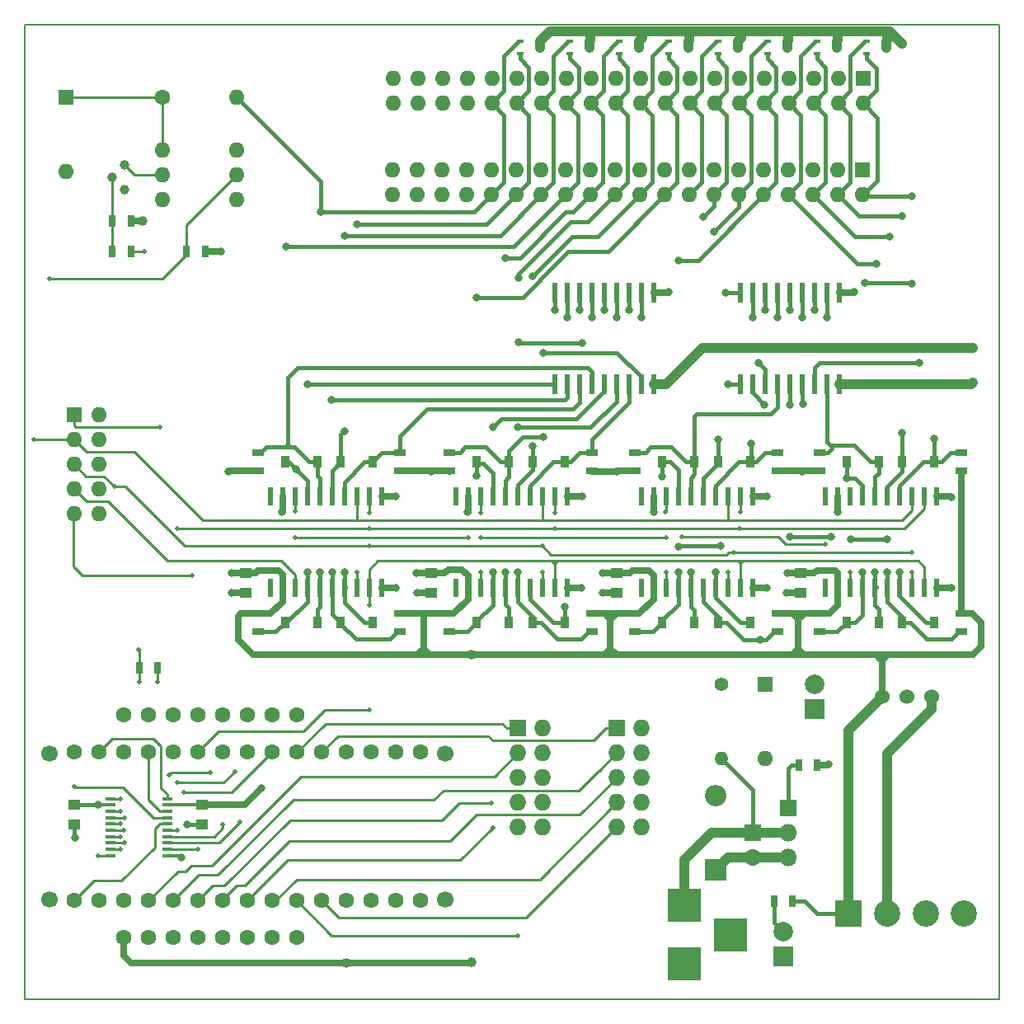
<source format=gbr>
%TF.GenerationSoftware,KiCad,Pcbnew,4.0.7*%
%TF.CreationDate,2018-06-26T21:29:00-04:00*%
%TF.ProjectId,row_driver,726F775F6472697665722E6B69636164,rev?*%
%TF.FileFunction,Copper,L1,Top,Signal*%
%FSLAX46Y46*%
G04 Gerber Fmt 4.6, Leading zero omitted, Abs format (unit mm)*
G04 Created by KiCad (PCBNEW 4.0.7) date Tuesday, June 26, 2018 'PMt' 09:29:00 PM*
%MOMM*%
%LPD*%
G01*
G04 APERTURE LIST*
%ADD10C,0.100000*%
%ADD11C,0.150000*%
%ADD12R,1.000000X0.400000*%
%ADD13R,2.000000X2.000000*%
%ADD14C,2.000000*%
%ADD15R,3.500120X3.500120*%
%ADD16C,1.000760*%
%ADD17C,1.600000*%
%ADD18O,1.600000X1.600000*%
%ADD19C,1.524000*%
%ADD20R,2.700000X2.700000*%
%ADD21C,2.700000*%
%ADD22R,0.700000X1.300000*%
%ADD23R,1.300000X0.700000*%
%ADD24R,0.900000X1.200000*%
%ADD25R,1.250000X1.000000*%
%ADD26R,0.700000X0.450000*%
%ADD27R,0.600000X1.950000*%
%ADD28R,0.600000X2.000000*%
%ADD29C,1.400000*%
%ADD30O,1.400000X1.400000*%
%ADD31R,1.700000X1.700000*%
%ADD32O,1.700000X1.700000*%
%ADD33R,1.600000X1.600000*%
%ADD34R,2.200000X2.200000*%
%ADD35O,2.200000X2.200000*%
%ADD36R,1.800000X1.800000*%
%ADD37O,1.800000X1.800000*%
%ADD38R,1.727200X1.727200*%
%ADD39O,1.727200X1.727200*%
%ADD40C,1.700000*%
%ADD41C,0.800000*%
%ADD42C,1.000000*%
%ADD43C,0.500000*%
%ADD44C,0.650000*%
%ADD45C,0.400000*%
%ADD46C,0.350000*%
%ADD47C,1.000000*%
%ADD48C,0.250000*%
G04 APERTURE END LIST*
D10*
D11*
X25000000Y-25000000D02*
X125000000Y-25000000D01*
X25000000Y-125000000D02*
X25000000Y-25000000D01*
X125000000Y-125000000D02*
X25000000Y-125000000D01*
X125000000Y-25000000D02*
X125000000Y-125000000D01*
D12*
X33777600Y-104440800D03*
X33777600Y-105090800D03*
X33777600Y-105740800D03*
X33777600Y-106390800D03*
X33777600Y-107040800D03*
X33777600Y-107690800D03*
X33777600Y-108340800D03*
X33777600Y-108990800D03*
X33777600Y-109640800D03*
X33777600Y-110290800D03*
X39577600Y-110290800D03*
X39577600Y-109640800D03*
X39577600Y-108990800D03*
X39577600Y-108340800D03*
X39577600Y-107690800D03*
X39577600Y-107040800D03*
X39577600Y-106390800D03*
X39577600Y-105740800D03*
X39577600Y-105090800D03*
X39577600Y-104440800D03*
D13*
X106045000Y-95250000D03*
D14*
X106045000Y-92710000D03*
D15*
X92710000Y-115412520D03*
X92710000Y-121412000D03*
X97409000Y-118412260D03*
D16*
X33909000Y-40640000D03*
X35179000Y-39370000D03*
X35179000Y-41910000D03*
D17*
X39116000Y-32385000D03*
D18*
X46736000Y-32385000D03*
D19*
X118110000Y-93980000D03*
X115570000Y-93980000D03*
X113030000Y-93980000D03*
D18*
X39116000Y-37846000D03*
X39116000Y-40386000D03*
X39116000Y-42926000D03*
X46736000Y-42926000D03*
X46736000Y-40386000D03*
X46736000Y-37846000D03*
D20*
X109555000Y-116205000D03*
D21*
X113515000Y-116205000D03*
X117475000Y-116205000D03*
X121435000Y-116205000D03*
D22*
X43495000Y-48260000D03*
X41595000Y-48260000D03*
X33975000Y-45085000D03*
X35875000Y-45085000D03*
X33975000Y-48260000D03*
X35875000Y-48260000D03*
D23*
X106553000Y-68900000D03*
X106553000Y-70800000D03*
X121158000Y-68900000D03*
X121158000Y-70800000D03*
X121158000Y-85410000D03*
X121158000Y-87310000D03*
X106553000Y-87310000D03*
X106553000Y-85410000D03*
X87630000Y-70800000D03*
X87630000Y-68900000D03*
X102235000Y-70800000D03*
X102235000Y-68900000D03*
X102235000Y-85410000D03*
X102235000Y-87310000D03*
X87630000Y-85410000D03*
X87630000Y-87310000D03*
X68580000Y-68900000D03*
X68580000Y-70800000D03*
X83185000Y-68900000D03*
X83185000Y-70800000D03*
X83185000Y-87310000D03*
X83185000Y-85410000D03*
X68580000Y-87310000D03*
X68580000Y-85410000D03*
X48895000Y-70800000D03*
X48895000Y-68900000D03*
X63500000Y-70800000D03*
X63500000Y-68900000D03*
X63500000Y-85410000D03*
X63500000Y-87310000D03*
X48895000Y-85410000D03*
X48895000Y-87310000D03*
D24*
X54990000Y-86360000D03*
X51690000Y-86360000D03*
X60705000Y-86360000D03*
X57405000Y-86360000D03*
X57405000Y-69850000D03*
X60705000Y-69850000D03*
X51690000Y-69850000D03*
X54990000Y-69850000D03*
X74675000Y-86360000D03*
X71375000Y-86360000D03*
X80390000Y-86360000D03*
X77090000Y-86360000D03*
X77090000Y-69850000D03*
X80390000Y-69850000D03*
X71375000Y-69850000D03*
X74675000Y-69850000D03*
X93725000Y-86360000D03*
X90425000Y-86360000D03*
X99440000Y-86360000D03*
X96140000Y-86360000D03*
X96140000Y-69850000D03*
X99440000Y-69850000D03*
X90425000Y-69850000D03*
X93725000Y-69850000D03*
X112648000Y-86360000D03*
X109348000Y-86360000D03*
X118363000Y-86360000D03*
X115063000Y-86360000D03*
X115063000Y-69850000D03*
X118363000Y-69850000D03*
X109348000Y-69850000D03*
X112648000Y-69850000D03*
D25*
X47625000Y-81296000D03*
X47625000Y-83296000D03*
X66675000Y-81296000D03*
X66675000Y-83296000D03*
X85725000Y-81296000D03*
X85725000Y-83296000D03*
X104648000Y-81296000D03*
X104648000Y-83296000D03*
D26*
X75835000Y-26655000D03*
X75835000Y-27955000D03*
X77835000Y-27305000D03*
X80915000Y-26655000D03*
X80915000Y-27955000D03*
X82915000Y-27305000D03*
X85995000Y-26655000D03*
X85995000Y-27955000D03*
X87995000Y-27305000D03*
X91075000Y-26655000D03*
X91075000Y-27955000D03*
X93075000Y-27305000D03*
X96155000Y-26655000D03*
X96155000Y-27955000D03*
X98155000Y-27305000D03*
X101235000Y-26655000D03*
X101235000Y-27955000D03*
X103235000Y-27305000D03*
X106315000Y-26655000D03*
X106315000Y-27955000D03*
X108315000Y-27305000D03*
X111395000Y-26655000D03*
X111395000Y-27955000D03*
X113395000Y-27305000D03*
D27*
X50162611Y-82805000D03*
X51432611Y-82805000D03*
X52702611Y-82805000D03*
X53972611Y-82805000D03*
X55242611Y-82805000D03*
X56512611Y-82805000D03*
X57782611Y-82805000D03*
X59052611Y-82805000D03*
X60322611Y-82805000D03*
X61592611Y-82805000D03*
X61592611Y-73405000D03*
X60322611Y-73405000D03*
X59052611Y-73405000D03*
X57782611Y-73405000D03*
X56512611Y-73405000D03*
X55242611Y-73405000D03*
X53972611Y-73405000D03*
X52702611Y-73405000D03*
X51432611Y-73405000D03*
X50162611Y-73405000D03*
X69215000Y-82805000D03*
X70485000Y-82805000D03*
X71755000Y-82805000D03*
X73025000Y-82805000D03*
X74295000Y-82805000D03*
X75565000Y-82805000D03*
X76835000Y-82805000D03*
X78105000Y-82805000D03*
X79375000Y-82805000D03*
X80645000Y-82805000D03*
X80645000Y-73405000D03*
X79375000Y-73405000D03*
X78105000Y-73405000D03*
X76835000Y-73405000D03*
X75565000Y-73405000D03*
X74295000Y-73405000D03*
X73025000Y-73405000D03*
X71755000Y-73405000D03*
X70485000Y-73405000D03*
X69215000Y-73405000D03*
D28*
X79375000Y-61850000D03*
X80645000Y-61850000D03*
X81915000Y-61850000D03*
X83185000Y-61850000D03*
X84455000Y-61850000D03*
X85725000Y-61850000D03*
X86995000Y-61850000D03*
X88265000Y-61850000D03*
X89535000Y-61850000D03*
X89535000Y-52450000D03*
X88265000Y-52450000D03*
X86995000Y-52450000D03*
X85725000Y-52450000D03*
X84455000Y-52450000D03*
X83185000Y-52450000D03*
X81915000Y-52450000D03*
X80645000Y-52450000D03*
X79375000Y-52450000D03*
D27*
X88265000Y-82805000D03*
X89535000Y-82805000D03*
X90805000Y-82805000D03*
X92075000Y-82805000D03*
X93345000Y-82805000D03*
X94615000Y-82805000D03*
X95885000Y-82805000D03*
X97155000Y-82805000D03*
X98425000Y-82805000D03*
X99695000Y-82805000D03*
X99695000Y-73405000D03*
X98425000Y-73405000D03*
X97155000Y-73405000D03*
X95885000Y-73405000D03*
X94615000Y-73405000D03*
X93345000Y-73405000D03*
X92075000Y-73405000D03*
X90805000Y-73405000D03*
X89535000Y-73405000D03*
X88265000Y-73405000D03*
X107188000Y-82805000D03*
X108458000Y-82805000D03*
X109728000Y-82805000D03*
X110998000Y-82805000D03*
X112268000Y-82805000D03*
X113538000Y-82805000D03*
X114808000Y-82805000D03*
X116078000Y-82805000D03*
X117348000Y-82805000D03*
X118618000Y-82805000D03*
X118618000Y-73405000D03*
X117348000Y-73405000D03*
X116078000Y-73405000D03*
X114808000Y-73405000D03*
X113538000Y-73405000D03*
X112268000Y-73405000D03*
X110998000Y-73405000D03*
X109728000Y-73405000D03*
X108458000Y-73405000D03*
X107188000Y-73405000D03*
D28*
X98425000Y-61850000D03*
X99695000Y-61850000D03*
X100965000Y-61850000D03*
X102235000Y-61850000D03*
X103505000Y-61850000D03*
X104775000Y-61850000D03*
X106045000Y-61850000D03*
X107315000Y-61850000D03*
X108585000Y-61850000D03*
X108585000Y-52450000D03*
X107315000Y-52450000D03*
X106045000Y-52450000D03*
X104775000Y-52450000D03*
X103505000Y-52450000D03*
X102235000Y-52450000D03*
X100965000Y-52450000D03*
X99695000Y-52450000D03*
X98425000Y-52450000D03*
D13*
X102870000Y-120650000D03*
D14*
X102870000Y-118110000D03*
D29*
X96520000Y-92710000D03*
D30*
X96520000Y-100330000D03*
D22*
X106360000Y-100965000D03*
X104460000Y-100965000D03*
X101920000Y-114935000D03*
X103820000Y-114935000D03*
D31*
X99695000Y-107950000D03*
D32*
X99695000Y-110490000D03*
D33*
X29210000Y-32385000D03*
D18*
X29210000Y-40005000D03*
D33*
X100965000Y-92710000D03*
D18*
X100965000Y-100330000D03*
D34*
X95885000Y-111760000D03*
D35*
X95885000Y-104140000D03*
D25*
X30073600Y-105095800D03*
X30073600Y-107095800D03*
X43154600Y-107095800D03*
X43154600Y-105095800D03*
D22*
X36692800Y-91033600D03*
X38592800Y-91033600D03*
D36*
X103355000Y-105410000D03*
D37*
X103355000Y-107950000D03*
X103355000Y-110490000D03*
D38*
X75594035Y-97205947D03*
D39*
X78134035Y-97205947D03*
X75594035Y-99745947D03*
X78134035Y-99745947D03*
X75594035Y-102285947D03*
X78134035Y-102285947D03*
X75594035Y-104825947D03*
X78134035Y-104825947D03*
X75594035Y-107365947D03*
X78134035Y-107365947D03*
D38*
X85754035Y-97205947D03*
D39*
X88294035Y-97205947D03*
X85754035Y-99745947D03*
X88294035Y-99745947D03*
X85754035Y-102285947D03*
X88294035Y-102285947D03*
X85754035Y-104825947D03*
X88294035Y-104825947D03*
X85754035Y-107365947D03*
X88294035Y-107365947D03*
D17*
X47805064Y-114911222D03*
X45265064Y-114911222D03*
X42725064Y-114911222D03*
X40185064Y-114911222D03*
X37645064Y-114911222D03*
X35105064Y-114911222D03*
X32565064Y-114911222D03*
X30025064Y-114911222D03*
D40*
X27475064Y-114801222D03*
X68135064Y-114801222D03*
X68135064Y-99781222D03*
X27475064Y-99781222D03*
D17*
X50345064Y-114911222D03*
X52885064Y-114911222D03*
X55425064Y-114911222D03*
X57965064Y-114911222D03*
X60505064Y-114911222D03*
X63045064Y-114911222D03*
X65585064Y-114911222D03*
X65585064Y-99671222D03*
X63045064Y-99671222D03*
X60505064Y-99671222D03*
X57965064Y-99671222D03*
X55425064Y-99671222D03*
X52885064Y-99671222D03*
X50345064Y-99671222D03*
X47805064Y-99671222D03*
X45265064Y-99671222D03*
X42725064Y-99671222D03*
X40185064Y-99671222D03*
X37645064Y-99671222D03*
X35105064Y-99671222D03*
X32565064Y-99671222D03*
X30025064Y-99671222D03*
X52885064Y-95861222D03*
X50345064Y-95861222D03*
X47805064Y-95861222D03*
X45265064Y-95861222D03*
X42725064Y-95861222D03*
X40185064Y-95861222D03*
X37645064Y-95861222D03*
X35105064Y-95861222D03*
X35105064Y-118721222D03*
X37645064Y-118721222D03*
X40185064Y-118721222D03*
X42725064Y-118721222D03*
X45265064Y-118721222D03*
X47805064Y-118721222D03*
X50345064Y-118721222D03*
X52885064Y-118721222D03*
D33*
X30000000Y-65000000D03*
D18*
X32540000Y-65000000D03*
X30000000Y-67540000D03*
X32540000Y-67540000D03*
X30000000Y-70080000D03*
X32540000Y-70080000D03*
X30000000Y-72620000D03*
X32540000Y-72620000D03*
X30000000Y-75160000D03*
X32540000Y-75160000D03*
D33*
X110998000Y-39878000D03*
D18*
X110998000Y-42418000D03*
X108458000Y-39878000D03*
X108458000Y-42418000D03*
X105918000Y-39878000D03*
X105918000Y-42418000D03*
X103378000Y-39878000D03*
X103378000Y-42418000D03*
X100838000Y-39878000D03*
X100838000Y-42418000D03*
X98298000Y-39878000D03*
X98298000Y-42418000D03*
X95758000Y-39878000D03*
X95758000Y-42418000D03*
X93218000Y-39878000D03*
X93218000Y-42418000D03*
X90678000Y-39878000D03*
X90678000Y-42418000D03*
X88138000Y-39878000D03*
X88138000Y-42418000D03*
X85598000Y-39878000D03*
X85598000Y-42418000D03*
X83058000Y-39878000D03*
X83058000Y-42418000D03*
X80518000Y-39878000D03*
X80518000Y-42418000D03*
X77978000Y-39878000D03*
X77978000Y-42418000D03*
X75438000Y-39878000D03*
X75438000Y-42418000D03*
X72898000Y-39878000D03*
X72898000Y-42418000D03*
X70358000Y-39878000D03*
X70358000Y-42418000D03*
X67818000Y-39878000D03*
X67818000Y-42418000D03*
X65278000Y-39878000D03*
X65278000Y-42418000D03*
X62738000Y-39878000D03*
X62738000Y-42418000D03*
D33*
X111029750Y-30480000D03*
D18*
X111029750Y-33020000D03*
X108489750Y-30480000D03*
X108489750Y-33020000D03*
X105949750Y-30480000D03*
X105949750Y-33020000D03*
X103409750Y-30480000D03*
X103409750Y-33020000D03*
X100869750Y-30480000D03*
X100869750Y-33020000D03*
X98329750Y-30480000D03*
X98329750Y-33020000D03*
X95789750Y-30480000D03*
X95789750Y-33020000D03*
X93249750Y-30480000D03*
X93249750Y-33020000D03*
X90709750Y-30480000D03*
X90709750Y-33020000D03*
X88169750Y-30480000D03*
X88169750Y-33020000D03*
X85629750Y-30480000D03*
X85629750Y-33020000D03*
X83089750Y-30480000D03*
X83089750Y-33020000D03*
X80549750Y-30480000D03*
X80549750Y-33020000D03*
X78009750Y-30480000D03*
X78009750Y-33020000D03*
X75469750Y-30480000D03*
X75469750Y-33020000D03*
X72929750Y-30480000D03*
X72929750Y-33020000D03*
X70389750Y-30480000D03*
X70389750Y-33020000D03*
X67849750Y-30480000D03*
X67849750Y-33020000D03*
X65309750Y-30480000D03*
X65309750Y-33020000D03*
X62769750Y-30480000D03*
X62769750Y-33020000D03*
D41*
X46177200Y-81254600D03*
X66700400Y-70815200D03*
X65176400Y-81305400D03*
X49276000Y-103403400D03*
D42*
X70815200Y-121259600D03*
X57962800Y-121310400D03*
X70866000Y-89662000D03*
D41*
X45085000Y-48260000D03*
X45847000Y-70866004D03*
X84328000Y-81280000D03*
X103251000Y-81279994D03*
X104775000Y-70866000D03*
X85725000Y-70866000D03*
D42*
X37058600Y-45085000D03*
D41*
X30099004Y-108407200D03*
X41021000Y-110464600D03*
X41681400Y-107111800D03*
X107492800Y-100939600D03*
X46177200Y-83312000D03*
X51409600Y-75031600D03*
X63093600Y-73406000D03*
X63042800Y-82804000D03*
X65227200Y-83312000D03*
X70459600Y-75031600D03*
X82194400Y-73406000D03*
X82143600Y-82804000D03*
X84277200Y-83312000D03*
X89560400Y-75031600D03*
X108458000Y-75031600D03*
X120091200Y-73456800D03*
X120091200Y-82753200D03*
X103174800Y-83312000D03*
X101193600Y-82804000D03*
X101193600Y-73406000D03*
X110134400Y-52425600D03*
X91084400Y-52425600D03*
X55245000Y-81153000D03*
X55372000Y-44196000D03*
X57785000Y-81153000D03*
X59055000Y-45466000D03*
X57785000Y-46609000D03*
X57785000Y-66675000D03*
X52832000Y-70612000D03*
X51816000Y-47752000D03*
X74295000Y-81153002D03*
X74295000Y-48895000D03*
X80391000Y-84709000D03*
X75692000Y-57531000D03*
X82169000Y-57658000D03*
X75692000Y-50927002D03*
X77089000Y-50800000D03*
X77089000Y-68199000D03*
X71373996Y-71247000D03*
X71374000Y-52959000D03*
X93345000Y-81153000D03*
X95885002Y-81153000D03*
X94615000Y-44704000D03*
X96139000Y-67564000D03*
X95758000Y-46228000D03*
X90426662Y-71373335D03*
X92075000Y-49149000D03*
X112268000Y-81153000D03*
X112395000Y-49530000D03*
X114808000Y-81153000D03*
X113792000Y-46736000D03*
X115087400Y-66878200D03*
X115036600Y-44602400D03*
X116078000Y-42545000D03*
X116078000Y-51562000D03*
X111252000Y-51435000D03*
X109347000Y-71501000D03*
D42*
X122301000Y-58166000D03*
D41*
X115062000Y-26924000D03*
D42*
X122301000Y-61722000D03*
D41*
X107315000Y-54990998D03*
X106045000Y-54229002D03*
X104775000Y-54991002D03*
X103505000Y-54228998D03*
X102235000Y-54991004D03*
X100965000Y-54229006D03*
X99694994Y-54991000D03*
X96939010Y-52451000D03*
X88264996Y-54991000D03*
X86995000Y-54229002D03*
X85725000Y-54991000D03*
X84455000Y-54228998D03*
X83185000Y-54991002D03*
X81915000Y-54229000D03*
X80645000Y-54991000D03*
X79374998Y-54229002D03*
D43*
X38582600Y-92405200D03*
X71755000Y-81153000D03*
X52705002Y-74930000D03*
X70485000Y-77597002D03*
X52705000Y-77597000D03*
X90805000Y-77597000D03*
X90805000Y-81153000D03*
X71755002Y-77597000D03*
X71754998Y-75057000D03*
X107179961Y-78332713D03*
X109728000Y-81153000D03*
X92468924Y-77566844D03*
X90758641Y-75018990D03*
D41*
X53975000Y-81153000D03*
X53975000Y-61849000D03*
X56515000Y-81153000D03*
X56476990Y-63500000D03*
X73025000Y-81153000D03*
X73025000Y-66294000D03*
X75565000Y-81153000D03*
X75565000Y-66294000D03*
X78232000Y-67310000D03*
X78232000Y-58674000D03*
X92075000Y-78574990D03*
X96393000Y-78486000D03*
X92075000Y-81153000D03*
X97155000Y-61849000D03*
X100482400Y-88163400D03*
X100914200Y-63957200D03*
X100330004Y-59697010D03*
X99568000Y-67945000D03*
X107745548Y-77508010D03*
X110998000Y-81153000D03*
X103509519Y-77508010D03*
X103505000Y-64008000D03*
X113487198Y-77800200D03*
X109829600Y-77800200D03*
X113538000Y-81153000D03*
X104902000Y-63881000D03*
X116840000Y-59697010D03*
X118363000Y-67437000D03*
D43*
X38862001Y-66294000D03*
X45313600Y-107111800D03*
X42748200Y-109651800D03*
X60350400Y-84582000D03*
X60350400Y-95300800D03*
X30022800Y-103174800D03*
X27533600Y-51054000D03*
X25908000Y-67564000D03*
X41275000Y-103809800D03*
X42138600Y-81559400D03*
X40614600Y-107696000D03*
X34163000Y-72390000D03*
X78105000Y-81152998D03*
X59055000Y-81153000D03*
X116078000Y-81153000D03*
X116078000Y-79121000D03*
X97790000Y-79120992D03*
X60325000Y-78486000D03*
X78105000Y-78486000D03*
X97155000Y-81153000D03*
X47091600Y-106857800D03*
X98399600Y-76708000D03*
X98425000Y-75018990D03*
X40640000Y-76708000D03*
X60325000Y-75057000D03*
X60325000Y-76708000D03*
X79375000Y-75057000D03*
X79375000Y-76708000D03*
X32512000Y-110337600D03*
D41*
X32486600Y-105079800D03*
D43*
X36692800Y-92456000D03*
X37261800Y-48234600D03*
X36677600Y-89128600D03*
X40589200Y-102793800D03*
X46532800Y-101650800D03*
X34823400Y-107035600D03*
X34823400Y-105740200D03*
X34759706Y-104432294D03*
X34823400Y-109626400D03*
X34772600Y-108331000D03*
X35153600Y-107696000D03*
X35179000Y-108966000D03*
X39801800Y-101981000D03*
X43992800Y-101727000D03*
X35204400Y-106400600D03*
X72898000Y-104927400D03*
X73025002Y-107416600D03*
X75565000Y-118516400D03*
D44*
X48387000Y-89662000D02*
X65303400Y-89662000D01*
X65303400Y-89662000D02*
X65913000Y-89662000D01*
X65913000Y-88950800D02*
X65913000Y-89052400D01*
X65913000Y-89052400D02*
X65303400Y-89662000D01*
X65913000Y-88950800D02*
X65913000Y-85537000D01*
X65913000Y-89662000D02*
X65913000Y-88950800D01*
X65913000Y-89662000D02*
X66522600Y-89662000D01*
X66522600Y-89662000D02*
X70866000Y-89662000D01*
X65913000Y-89052400D02*
X66522600Y-89662000D01*
X83185000Y-85410000D02*
X84531200Y-85410000D01*
X84531200Y-85410000D02*
X85217000Y-85410000D01*
X85090000Y-85979000D02*
X85090000Y-85968800D01*
X85090000Y-85968800D02*
X84531200Y-85410000D01*
X85090000Y-85979000D02*
X85090000Y-85537000D01*
X85090000Y-88925400D02*
X85090000Y-85979000D01*
X85217000Y-85410000D02*
X85725000Y-85410000D01*
X85725000Y-85410000D02*
X87630000Y-85410000D01*
X85090000Y-85979000D02*
X85156000Y-85979000D01*
X85156000Y-85979000D02*
X85725000Y-85410000D01*
X70866000Y-89662000D02*
X84455000Y-89662000D01*
X84455000Y-89662000D02*
X85090000Y-89662000D01*
X85090000Y-88925400D02*
X85090000Y-89027000D01*
X85090000Y-89027000D02*
X84455000Y-89662000D01*
X85090000Y-89662000D02*
X85090000Y-88925400D01*
X85090000Y-89662000D02*
X85725000Y-89662000D01*
X85725000Y-89662000D02*
X103759000Y-89662000D01*
X85090000Y-89027000D02*
X85725000Y-89662000D01*
X102235000Y-85410000D02*
X103759000Y-85410000D01*
X103759000Y-85410000D02*
X104394000Y-85410000D01*
X104394000Y-86106000D02*
X104394000Y-86045000D01*
X104394000Y-86045000D02*
X103759000Y-85410000D01*
X104394000Y-86106000D02*
X104394000Y-85410000D01*
X104394000Y-86045000D02*
X105029000Y-85410000D01*
X104394000Y-89052400D02*
X104394000Y-86106000D01*
X104394000Y-85410000D02*
X105029000Y-85410000D01*
X105029000Y-85410000D02*
X106045000Y-85410000D01*
X103759000Y-89662000D02*
X104394000Y-89662000D01*
X104394000Y-89052400D02*
X104368600Y-89052400D01*
X104368600Y-89052400D02*
X103759000Y-89662000D01*
X104394000Y-89662000D02*
X104394000Y-89052400D01*
X104394000Y-89662000D02*
X105003600Y-89662000D01*
X105003600Y-89662000D02*
X112395000Y-89662000D01*
X104394000Y-89052400D02*
X105003600Y-89662000D01*
X112395000Y-89662000D02*
X113030000Y-89662000D01*
X113030000Y-90297000D02*
X112395000Y-89662000D01*
X113030000Y-90297000D02*
X113030000Y-89662000D01*
X113030000Y-92710000D02*
X113030000Y-90297000D01*
X113030000Y-89662000D02*
X113639600Y-89662000D01*
X113639600Y-89662000D02*
X122301000Y-89662000D01*
X113030000Y-90297000D02*
X113030000Y-90271600D01*
X113030000Y-90271600D02*
X113639600Y-89662000D01*
X46177200Y-81254600D02*
X47583600Y-81254600D01*
X47583600Y-81254600D02*
X47625000Y-81296000D01*
X66675000Y-81296000D02*
X65185800Y-81296000D01*
X65185800Y-81296000D02*
X65176400Y-81305400D01*
X63500000Y-70800000D02*
X66685200Y-70800000D01*
D45*
X66685200Y-70800000D02*
X66700400Y-70815200D01*
D44*
X68580000Y-70800000D02*
X66715600Y-70800000D01*
X66715600Y-70800000D02*
X66700400Y-70815200D01*
X68564800Y-70815200D02*
X68580000Y-70800000D01*
X66665600Y-81305400D02*
X66675000Y-81296000D01*
X47583600Y-105095800D02*
X49276000Y-103403400D01*
X43154600Y-105095800D02*
X47583600Y-105095800D01*
X57962800Y-121310400D02*
X35864800Y-121310400D01*
X35105064Y-120550664D02*
X35105064Y-118721222D01*
X35864800Y-121310400D02*
X35105064Y-120550664D01*
X70764400Y-121310400D02*
X70815200Y-121259600D01*
X57962800Y-121310400D02*
X70764400Y-121310400D01*
D45*
X43154600Y-105095800D02*
X43149600Y-105090800D01*
D46*
X43149600Y-105090800D02*
X39577600Y-105090800D01*
D45*
X105029000Y-114935000D02*
X106299000Y-116205000D01*
X106299000Y-116205000D02*
X109555000Y-116205000D01*
X103820000Y-114935000D02*
X105029000Y-114935000D01*
D47*
X109555000Y-116205000D02*
X109555000Y-97455000D01*
X109555000Y-97455000D02*
X113030000Y-93980000D01*
D44*
X113030000Y-93345000D02*
X113030000Y-92710000D01*
X113030000Y-92710000D02*
X113030000Y-93980000D01*
X43495000Y-48260000D02*
X45085000Y-48260000D01*
X122301000Y-89662000D02*
X123190000Y-88773000D01*
X123190000Y-88773000D02*
X123190000Y-86360000D01*
X123190000Y-86360000D02*
X122240000Y-85410000D01*
X122240000Y-85410000D02*
X121158000Y-85410000D01*
X108204000Y-81026000D02*
X106293000Y-81026000D01*
X106293000Y-81026000D02*
X106023000Y-81296000D01*
X106023000Y-81296000D02*
X104648000Y-81296000D01*
X108458000Y-81280000D02*
X108204000Y-81026000D01*
X108458000Y-82805000D02*
X108458000Y-81280000D01*
X87376000Y-81026000D02*
X87106000Y-81296000D01*
X87106000Y-81296000D02*
X85725000Y-81296000D01*
X89027000Y-81026000D02*
X87376000Y-81026000D01*
X89535000Y-82805000D02*
X89535000Y-81534000D01*
X89535000Y-81534000D02*
X89027000Y-81026000D01*
X69850000Y-80899000D02*
X68447000Y-80899000D01*
X68447000Y-80899000D02*
X68050000Y-81296000D01*
X68050000Y-81296000D02*
X66675000Y-81296000D01*
X70485000Y-81534000D02*
X69850000Y-80899000D01*
X70485000Y-82805000D02*
X70485000Y-81534000D01*
X51432611Y-82805000D02*
X51432611Y-81430000D01*
X51432611Y-81430000D02*
X51028611Y-81026000D01*
X51028611Y-81026000D02*
X48920000Y-81026000D01*
X48920000Y-81026000D02*
X48650000Y-81296000D01*
X48650000Y-81296000D02*
X47625000Y-81296000D01*
X45913004Y-70800000D02*
X45847000Y-70866004D01*
X48895000Y-70800000D02*
X45913004Y-70800000D01*
X84328000Y-81280000D02*
X85709000Y-81280000D01*
X103251000Y-81279994D02*
X104631994Y-81279994D01*
X104631994Y-81279994D02*
X104648000Y-81296000D01*
X104714000Y-70805000D02*
X104775000Y-70866000D01*
X104714000Y-70800000D02*
X104714000Y-70805000D01*
X104648000Y-70800000D02*
X104709000Y-70800000D01*
X104709000Y-70800000D02*
X104775000Y-70866000D01*
X87630000Y-70800000D02*
X85791000Y-70800000D01*
X85791000Y-70800000D02*
X85725000Y-70866000D01*
X83185000Y-70866000D02*
X85725000Y-70866000D01*
X70485000Y-82805000D02*
X70485000Y-82130000D01*
X63500000Y-85410000D02*
X66040000Y-85410000D01*
X66040000Y-85410000D02*
X68580000Y-85410000D01*
X65913000Y-85537000D02*
X66040000Y-85410000D01*
X85090000Y-85537000D02*
X85217000Y-85410000D01*
X48895000Y-85410000D02*
X47178000Y-85410000D01*
X47178000Y-85410000D02*
X46863000Y-85725000D01*
X46863000Y-85725000D02*
X46863000Y-88138000D01*
X46863000Y-88138000D02*
X48387000Y-89662000D01*
X104714000Y-70800000D02*
X106553000Y-70800000D01*
X121158000Y-70800000D02*
X121158000Y-85410000D01*
X106553000Y-85410000D02*
X107603000Y-85410000D01*
X107603000Y-85410000D02*
X108458000Y-84555000D01*
X108458000Y-84555000D02*
X108458000Y-82805000D01*
X104648000Y-70800000D02*
X104714000Y-70800000D01*
X102235000Y-70800000D02*
X104648000Y-70800000D01*
X48895000Y-85410000D02*
X50226000Y-85410000D01*
X50226000Y-85410000D02*
X51432611Y-84203389D01*
X51432611Y-84203389D02*
X51432611Y-82805000D01*
X68580000Y-85410000D02*
X69022000Y-85410000D01*
X70485000Y-83947000D02*
X70485000Y-82805000D01*
X69022000Y-85410000D02*
X70485000Y-83947000D01*
X87630000Y-85410000D02*
X88072000Y-85410000D01*
X88072000Y-85410000D02*
X89535000Y-83947000D01*
X89535000Y-83947000D02*
X89535000Y-82805000D01*
X37058600Y-45085000D02*
X35875000Y-45085000D01*
D45*
X30073600Y-108381796D02*
X30099004Y-108407200D01*
X30073600Y-107095800D02*
X30073600Y-108381796D01*
D46*
X39577600Y-110290800D02*
X40847200Y-110290800D01*
X40847200Y-110290800D02*
X41021000Y-110464600D01*
D45*
X41697400Y-107095800D02*
X41681400Y-107111800D01*
X43154600Y-107095800D02*
X41697400Y-107095800D01*
D44*
X106360000Y-100965000D02*
X107467400Y-100965000D01*
X107467400Y-100965000D02*
X107492800Y-100939600D01*
X47625000Y-83296000D02*
X46193200Y-83296000D01*
X46193200Y-83296000D02*
X46177200Y-83312000D01*
X51432611Y-73405000D02*
X51432611Y-75008589D01*
X51432611Y-75008589D02*
X51409600Y-75031600D01*
X61592611Y-73405000D02*
X63092600Y-73405000D01*
X63092600Y-73405000D02*
X63093600Y-73406000D01*
X61592611Y-82805000D02*
X63041800Y-82805000D01*
X63041800Y-82805000D02*
X63042800Y-82804000D01*
X66675000Y-83296000D02*
X65243200Y-83296000D01*
X65243200Y-83296000D02*
X65227200Y-83312000D01*
X70485000Y-73405000D02*
X70485000Y-75006200D01*
X70485000Y-75006200D02*
X70459600Y-75031600D01*
X82193400Y-73405000D02*
X82194400Y-73406000D01*
X80645000Y-73405000D02*
X82193400Y-73405000D01*
X80645000Y-82805000D02*
X82142600Y-82805000D01*
X82142600Y-82805000D02*
X82143600Y-82804000D01*
X85725000Y-83296000D02*
X84293200Y-83296000D01*
X84293200Y-83296000D02*
X84277200Y-83312000D01*
X89535000Y-73405000D02*
X89535000Y-75006200D01*
X89535000Y-75006200D02*
X89560400Y-75031600D01*
X108458000Y-73405000D02*
X108458000Y-75031600D01*
X118618000Y-73405000D02*
X120039400Y-73405000D01*
X120039400Y-73405000D02*
X120091200Y-73456800D01*
X118618000Y-82805000D02*
X120039400Y-82805000D01*
X120039400Y-82805000D02*
X120091200Y-82753200D01*
X104648000Y-83296000D02*
X103190800Y-83296000D01*
X103190800Y-83296000D02*
X103174800Y-83312000D01*
X99695000Y-82805000D02*
X101192600Y-82805000D01*
X101192600Y-82805000D02*
X101193600Y-82804000D01*
X99695000Y-73405000D02*
X101192600Y-73405000D01*
X101192600Y-73405000D02*
X101193600Y-73406000D01*
X108585000Y-52450000D02*
X110110000Y-52450000D01*
X110110000Y-52450000D02*
X110134400Y-52425600D01*
X89535000Y-52450000D02*
X91060000Y-52450000D01*
X91060000Y-52450000D02*
X91084400Y-52425600D01*
D45*
X72929750Y-33020000D02*
X74193400Y-31756350D01*
X74193400Y-31756350D02*
X74193400Y-28171600D01*
X74193400Y-28171600D02*
X75710000Y-26655000D01*
X46736000Y-32385000D02*
X55372000Y-41021000D01*
X55372000Y-41021000D02*
X55372000Y-44196000D01*
X55242611Y-81155389D02*
X55245000Y-81153000D01*
X55242611Y-82805000D02*
X55242611Y-81155389D01*
X71120000Y-44196000D02*
X55372000Y-44196000D01*
X72898000Y-42418000D02*
X71120000Y-44196000D01*
X54990000Y-84964000D02*
X55242611Y-84711389D01*
X55242611Y-84711389D02*
X55242611Y-82805000D01*
X54990000Y-86360000D02*
X54990000Y-84964000D01*
X74168000Y-34258250D02*
X74168000Y-41148000D01*
X72929750Y-33020000D02*
X74168000Y-34258250D01*
X74168000Y-41148000D02*
X72898000Y-42418000D01*
D48*
X75710000Y-26655000D02*
X75835000Y-26655000D01*
D45*
X75469750Y-33020000D02*
X76733400Y-31756350D01*
X76733400Y-31756350D02*
X76733400Y-29328400D01*
X76733400Y-29328400D02*
X75835000Y-28430000D01*
X75835000Y-28430000D02*
X75835000Y-27955000D01*
X57782611Y-81155389D02*
X57785000Y-81153000D01*
X57782611Y-82805000D02*
X57782611Y-81155389D01*
X57785000Y-82548611D02*
X57785000Y-81153000D01*
X57912000Y-82675611D02*
X57785000Y-82548611D01*
X72390000Y-45466000D02*
X59055000Y-45466000D01*
X75438000Y-42418000D02*
X72390000Y-45466000D01*
X60705000Y-86360000D02*
X59855000Y-86360000D01*
X57782611Y-84287611D02*
X57782611Y-82805000D01*
X59855000Y-86360000D02*
X57782611Y-84287611D01*
X76708000Y-34258250D02*
X76708000Y-41148000D01*
X75469750Y-33020000D02*
X76708000Y-34258250D01*
X76708000Y-41148000D02*
X75438000Y-42418000D01*
X78009750Y-33020000D02*
X79273400Y-31756350D01*
X79273400Y-31756350D02*
X79273400Y-28171600D01*
X79273400Y-28171600D02*
X80790000Y-26655000D01*
X73787000Y-46609000D02*
X57785000Y-46609000D01*
X77978000Y-42418000D02*
X73787000Y-46609000D01*
X57405000Y-67055000D02*
X57785000Y-66675000D01*
X57405000Y-69850000D02*
X57405000Y-67055000D01*
X57405000Y-69850000D02*
X56512611Y-70742389D01*
X56512611Y-70742389D02*
X56512611Y-73405000D01*
X79248000Y-34258250D02*
X79248000Y-41148000D01*
X78009750Y-33020000D02*
X79248000Y-34258250D01*
X79248000Y-41148000D02*
X77978000Y-42418000D01*
D48*
X80790000Y-26655000D02*
X80915000Y-26655000D01*
D45*
X80549750Y-33020000D02*
X81838800Y-31730950D01*
X81838800Y-31730950D02*
X81838800Y-29353800D01*
X81838800Y-29353800D02*
X80915000Y-28430000D01*
X80915000Y-28430000D02*
X80915000Y-27955000D01*
X52832000Y-70612000D02*
X52070000Y-69850000D01*
X52070000Y-69850000D02*
X51690000Y-69850000D01*
X53972611Y-71752611D02*
X52832000Y-70612000D01*
X75184000Y-47752000D02*
X51816000Y-47752000D01*
X80518000Y-42418000D02*
X75184000Y-47752000D01*
X53972611Y-71752611D02*
X53972611Y-73405000D01*
X80518000Y-33020000D02*
X81788000Y-34290000D01*
X81788000Y-41148000D02*
X80518000Y-42418000D01*
X81788000Y-34290000D02*
X81788000Y-41148000D01*
X83089750Y-33020000D02*
X84378800Y-31730950D01*
X84378800Y-31730950D02*
X84378800Y-28146200D01*
X84378800Y-28146200D02*
X85870000Y-26655000D01*
X74295000Y-82805000D02*
X74295000Y-81153002D01*
X83058000Y-42418000D02*
X81280000Y-44196000D01*
X81280000Y-44196000D02*
X80518000Y-44196000D01*
X80518000Y-44196000D02*
X75819000Y-48895000D01*
X75819000Y-48895000D02*
X74295000Y-48895000D01*
X74675000Y-84835000D02*
X74295000Y-84455000D01*
X74295000Y-84455000D02*
X74295000Y-82805000D01*
X74675000Y-86360000D02*
X74675000Y-84835000D01*
X84328000Y-34258250D02*
X84328000Y-41148000D01*
X83089750Y-33020000D02*
X84328000Y-34258250D01*
X84328000Y-41148000D02*
X83058000Y-42418000D01*
D48*
X85870000Y-26655000D02*
X85995000Y-26655000D01*
D45*
X80390000Y-86360000D02*
X79222600Y-86360000D01*
X79222600Y-86360000D02*
X76835000Y-83972400D01*
X76835000Y-83972400D02*
X76835000Y-82805000D01*
X85629750Y-33020000D02*
X86893400Y-31756350D01*
X86893400Y-31756350D02*
X86893400Y-29328400D01*
X86893400Y-29328400D02*
X85995000Y-28430000D01*
X85995000Y-28430000D02*
X85995000Y-27955000D01*
X80391000Y-84709000D02*
X80391000Y-86359000D01*
X80391000Y-86359000D02*
X80390000Y-86360000D01*
X85598000Y-42418000D02*
X82804000Y-45212000D01*
X82804000Y-45212000D02*
X81026000Y-45212000D01*
X81026000Y-45212000D02*
X75692000Y-50546000D01*
X75692000Y-50546000D02*
X75692000Y-50927002D01*
X82169000Y-57658000D02*
X75819000Y-57658000D01*
X75819000Y-57658000D02*
X75692000Y-57531000D01*
X86868000Y-34258250D02*
X86868000Y-41148000D01*
X85629750Y-33020000D02*
X86868000Y-34258250D01*
X86868000Y-41148000D02*
X85598000Y-42418000D01*
X77090000Y-69850000D02*
X77090000Y-70661800D01*
X77090000Y-70661800D02*
X75565000Y-72186800D01*
X75565000Y-72186800D02*
X75565000Y-73405000D01*
X88169750Y-33020000D02*
X89433400Y-31756350D01*
X89433400Y-31756350D02*
X89433400Y-28171600D01*
X89433400Y-28171600D02*
X90950000Y-26655000D01*
X81153000Y-46736000D02*
X77089000Y-50800000D01*
X88138000Y-42418000D02*
X83820000Y-46736000D01*
X83820000Y-46736000D02*
X81153000Y-46736000D01*
X77090000Y-69850000D02*
X77090000Y-68200000D01*
X77090000Y-68200000D02*
X77089000Y-68199000D01*
X89408000Y-34258250D02*
X89408000Y-41148000D01*
X88169750Y-33020000D02*
X89408000Y-34258250D01*
X89408000Y-41148000D02*
X88138000Y-42418000D01*
D48*
X90950000Y-26655000D02*
X91075000Y-26655000D01*
D45*
X71375000Y-70000000D02*
X72006600Y-70000000D01*
X72006600Y-70000000D02*
X73025000Y-71018400D01*
X73025000Y-71018400D02*
X73025000Y-73405000D01*
X90709750Y-33020000D02*
X91973400Y-31756350D01*
X91973400Y-31756350D02*
X91973400Y-29328400D01*
X91973400Y-29328400D02*
X91075000Y-28430000D01*
X91075000Y-28430000D02*
X91075000Y-27955000D01*
X71373996Y-70001004D02*
X71373996Y-71247000D01*
X71375000Y-70000000D02*
X71373996Y-70001004D01*
X71375000Y-69850000D02*
X71375000Y-70000000D01*
X76114002Y-52959000D02*
X77889001Y-51184001D01*
X77889001Y-51184001D02*
X77889001Y-51101995D01*
X71374000Y-52959000D02*
X76114002Y-52959000D01*
X77889001Y-51101995D02*
X80768998Y-48221998D01*
X80768998Y-48221998D02*
X84874002Y-48221998D01*
X84874002Y-48221998D02*
X90678000Y-42418000D01*
X91948000Y-34258250D02*
X91948000Y-41148000D01*
X90709750Y-33020000D02*
X91948000Y-34258250D01*
X91948000Y-41148000D02*
X90678000Y-42418000D01*
X93249750Y-33020000D02*
X94513400Y-31756350D01*
X94513400Y-31756350D02*
X94513400Y-28171600D01*
X94513400Y-28171600D02*
X96030000Y-26655000D01*
X93345000Y-82805000D02*
X93345000Y-81153000D01*
X93249750Y-33020000D02*
X94488000Y-34258250D01*
X94481601Y-41154399D02*
X93218000Y-42418000D01*
X94481601Y-34264649D02*
X94488000Y-34258250D01*
X94481601Y-41154399D02*
X94481601Y-34264649D01*
X93725000Y-85089000D02*
X93345000Y-84709000D01*
X93345000Y-84709000D02*
X93345000Y-82805000D01*
X93725000Y-86360000D02*
X93725000Y-85089000D01*
D48*
X96030000Y-26655000D02*
X96155000Y-26655000D01*
D45*
X95789750Y-33020000D02*
X97053400Y-31756350D01*
X97053400Y-31756350D02*
X97053400Y-29328400D01*
X97053400Y-29328400D02*
X96155000Y-28430000D01*
X96155000Y-28430000D02*
X96155000Y-27955000D01*
X95758000Y-33020000D02*
X97028000Y-34290000D01*
X97028000Y-34290000D02*
X97028000Y-41148000D01*
X97028000Y-41148000D02*
X95758000Y-42418000D01*
X99440000Y-86360000D02*
X98425000Y-86360000D01*
X98425000Y-86360000D02*
X95885000Y-83820000D01*
X95885000Y-83820000D02*
X95885000Y-82805000D01*
X95885000Y-81153002D02*
X95885002Y-81153000D01*
X95885000Y-82805000D02*
X95885000Y-81153002D01*
X95758000Y-42418000D02*
X95758000Y-43561000D01*
X95758000Y-43561000D02*
X94615000Y-44704000D01*
X98329750Y-33020000D02*
X99593400Y-31756350D01*
X99593400Y-31756350D02*
X99593400Y-28171600D01*
X99593400Y-28171600D02*
X101110000Y-26655000D01*
X96139000Y-67564000D02*
X96139000Y-69849000D01*
X96139000Y-69849000D02*
X96140000Y-69850000D01*
X98298000Y-42418000D02*
X98298000Y-43688000D01*
X98298000Y-43688000D02*
X95758000Y-46228000D01*
X98298000Y-33020000D02*
X99561601Y-34283601D01*
X99561601Y-41154399D02*
X98298000Y-42418000D01*
X99561601Y-34283601D02*
X99561601Y-41154399D01*
X96140000Y-69850000D02*
X96140000Y-70000000D01*
X96140000Y-70000000D02*
X94615000Y-71525000D01*
X94615000Y-71525000D02*
X94615000Y-73405000D01*
D48*
X101110000Y-26655000D02*
X101235000Y-26655000D01*
D45*
X100869750Y-33020000D02*
X102133400Y-31756350D01*
X102133400Y-31756350D02*
X102133400Y-29328400D01*
X102133400Y-29328400D02*
X101235000Y-28430000D01*
X101235000Y-28430000D02*
X101235000Y-27955000D01*
X90425000Y-69850000D02*
X90425000Y-71371673D01*
X90425000Y-71371673D02*
X90426662Y-71373335D01*
X94107000Y-49149000D02*
X92075000Y-49149000D01*
X100838000Y-42418000D02*
X94107000Y-49149000D01*
X90425000Y-69850000D02*
X91275000Y-69850000D01*
X92075000Y-70650000D02*
X92075000Y-73405000D01*
X91275000Y-69850000D02*
X92075000Y-70650000D01*
X102108000Y-34258250D02*
X102108000Y-41148000D01*
X100869750Y-33020000D02*
X102108000Y-34258250D01*
X102108000Y-41148000D02*
X100838000Y-42418000D01*
X103409750Y-33020000D02*
X104673400Y-31756350D01*
X104673400Y-31756350D02*
X104673400Y-28171600D01*
X104673400Y-28171600D02*
X106190000Y-26655000D01*
X112268000Y-82551000D02*
X112268000Y-81153000D01*
X112395000Y-82678000D02*
X112268000Y-82551000D01*
X103378000Y-42418000D02*
X110490000Y-49530000D01*
X110490000Y-49530000D02*
X112395000Y-49530000D01*
X104648000Y-34258250D02*
X104648000Y-41148000D01*
X103409750Y-33020000D02*
X104648000Y-34258250D01*
X104648000Y-41148000D02*
X103378000Y-42418000D01*
X112648000Y-84962000D02*
X112268000Y-84582000D01*
X112268000Y-84582000D02*
X112268000Y-82805000D01*
X112648000Y-86360000D02*
X112648000Y-84962000D01*
D48*
X106190000Y-26655000D02*
X106315000Y-26655000D01*
D45*
X105949750Y-33020000D02*
X107213400Y-31756350D01*
X107213400Y-31756350D02*
X107213400Y-29328400D01*
X107213400Y-29328400D02*
X106315000Y-28430000D01*
X106315000Y-28430000D02*
X106315000Y-27955000D01*
X113792000Y-46736000D02*
X110236000Y-46736000D01*
X110236000Y-46736000D02*
X105918000Y-42418000D01*
X114808000Y-82805000D02*
X114808000Y-81153000D01*
X118363000Y-86360000D02*
X117513000Y-86360000D01*
X117513000Y-86360000D02*
X114808000Y-83655000D01*
X114808000Y-83655000D02*
X114808000Y-82805000D01*
X107188000Y-34258250D02*
X107188000Y-41148000D01*
X105949750Y-33020000D02*
X107188000Y-34258250D01*
X107188000Y-41148000D02*
X105918000Y-42418000D01*
X108489750Y-33020000D02*
X109753400Y-31756350D01*
X109753400Y-31756350D02*
X109753400Y-28171600D01*
X109753400Y-28171600D02*
X111270000Y-26655000D01*
X115087400Y-66878200D02*
X115087400Y-69825600D01*
X115087400Y-69825600D02*
X115063000Y-69850000D01*
X108458000Y-42418000D02*
X110642400Y-44602400D01*
X110642400Y-44602400D02*
X115036600Y-44602400D01*
X115063000Y-69850000D02*
X115063000Y-70850000D01*
X115063000Y-70850000D02*
X113538000Y-72375000D01*
X113538000Y-72375000D02*
X113538000Y-73405000D01*
X109728000Y-34258250D02*
X109728000Y-41148000D01*
X108489750Y-33020000D02*
X109728000Y-34258250D01*
X109728000Y-41148000D02*
X108458000Y-42418000D01*
D48*
X111270000Y-26655000D02*
X111395000Y-26655000D01*
D45*
X109347000Y-71501000D02*
X110210600Y-71501000D01*
X110998000Y-72288400D02*
X110998000Y-73405000D01*
X110210600Y-71501000D02*
X110998000Y-72288400D01*
X116078000Y-42545000D02*
X111125000Y-42545000D01*
X111125000Y-42545000D02*
X110998000Y-42418000D01*
X111252000Y-51435000D02*
X115951000Y-51435000D01*
X115951000Y-51435000D02*
X116078000Y-51562000D01*
X109348000Y-69850000D02*
X109348000Y-71500000D01*
X109348000Y-71500000D02*
X109347000Y-71501000D01*
X112522000Y-34512250D02*
X112522000Y-40925750D01*
X112522000Y-40925750D02*
X111029750Y-42418000D01*
X111029750Y-33020000D02*
X112522000Y-34512250D01*
X111029750Y-33020000D02*
X112395000Y-31654750D01*
X111395000Y-28430000D02*
X111395000Y-27955000D01*
X112395000Y-29430000D02*
X111395000Y-28430000D01*
X112395000Y-31654750D02*
X112395000Y-29430000D01*
X111520000Y-27955000D02*
X111395000Y-27955000D01*
D47*
X94519000Y-58166000D02*
X122301000Y-58166000D01*
X90835000Y-61850000D02*
X94519000Y-58166000D01*
X89535000Y-61850000D02*
X90835000Y-61850000D01*
X99695000Y-110490000D02*
X97155000Y-110490000D01*
X97155000Y-110490000D02*
X95885000Y-111760000D01*
X103355000Y-110490000D02*
X99695000Y-110490000D01*
X118110000Y-93980000D02*
X118110000Y-95250000D01*
X118110000Y-95250000D02*
X113515000Y-99845000D01*
X113515000Y-99845000D02*
X113515000Y-116205000D01*
X113792000Y-25654000D02*
X115062000Y-26924000D01*
X113538000Y-25654000D02*
X113792000Y-25654000D01*
X108585000Y-61850000D02*
X122173000Y-61850000D01*
X122173000Y-61850000D02*
X122301000Y-61722000D01*
X83058000Y-26537000D02*
X83058000Y-25654000D01*
X82915000Y-26680000D02*
X83058000Y-26537000D01*
X82915000Y-27305000D02*
X82915000Y-26680000D01*
X113395000Y-27305000D02*
X113395000Y-26680000D01*
X113395000Y-26680000D02*
X113538000Y-26537000D01*
X113538000Y-26537000D02*
X113538000Y-25654000D01*
X113538000Y-25654000D02*
X108458000Y-25654000D01*
X108315000Y-27305000D02*
X108315000Y-26680000D01*
X108315000Y-26680000D02*
X108458000Y-26537000D01*
X108458000Y-26537000D02*
X108458000Y-25654000D01*
X103378000Y-25654000D02*
X108458000Y-25654000D01*
X98552000Y-25654000D02*
X103378000Y-25654000D01*
X103378000Y-25654000D02*
X103378000Y-26537000D01*
X103235000Y-26680000D02*
X103235000Y-27305000D01*
X103378000Y-26537000D02*
X103235000Y-26680000D01*
X93218000Y-25654000D02*
X98552000Y-25654000D01*
X98552000Y-25654000D02*
X98552000Y-26283000D01*
X98552000Y-26283000D02*
X98155000Y-26680000D01*
X98155000Y-26680000D02*
X98155000Y-27305000D01*
X87995000Y-27305000D02*
X87995000Y-26680000D01*
X87995000Y-26680000D02*
X88392000Y-26283000D01*
X88392000Y-26283000D02*
X88392000Y-25654000D01*
X88392000Y-25654000D02*
X93218000Y-25654000D01*
X83058000Y-25654000D02*
X88392000Y-25654000D01*
X77835000Y-27305000D02*
X77835000Y-26680000D01*
X77835000Y-26680000D02*
X78861000Y-25654000D01*
X78861000Y-25654000D02*
X83058000Y-25654000D01*
X93075000Y-27305000D02*
X93075000Y-26680000D01*
X93075000Y-26680000D02*
X93218000Y-26537000D01*
X93218000Y-26537000D02*
X93218000Y-25654000D01*
D48*
X39116000Y-32385000D02*
X39116000Y-37846000D01*
X29210000Y-32385000D02*
X39116000Y-32385000D01*
D45*
X107315000Y-52450000D02*
X107315000Y-54990998D01*
X106045000Y-52450000D02*
X106045000Y-54229002D01*
X104775000Y-52450000D02*
X104775000Y-54991002D01*
X103505000Y-52450000D02*
X103505000Y-54228998D01*
X102235000Y-52450000D02*
X102235000Y-54991004D01*
X100965000Y-52450000D02*
X100965000Y-54229006D01*
X99695000Y-52450000D02*
X99695000Y-54990994D01*
X99695000Y-54990994D02*
X99694994Y-54991000D01*
X96940010Y-52450000D02*
X96939010Y-52451000D01*
X98425000Y-52450000D02*
X96940010Y-52450000D01*
X88265000Y-52450000D02*
X88265000Y-54990996D01*
X88265000Y-54990996D02*
X88264996Y-54991000D01*
X86995000Y-52450000D02*
X86995000Y-54229002D01*
X85725000Y-52450000D02*
X85725000Y-54991000D01*
X84455000Y-52450000D02*
X84455000Y-54228998D01*
X83185000Y-52450000D02*
X83185000Y-54991002D01*
X81915000Y-52450000D02*
X81915000Y-54229000D01*
X80645000Y-52450000D02*
X80645000Y-54991000D01*
X79375000Y-54229000D02*
X79374998Y-54229002D01*
X79375000Y-52450000D02*
X79375000Y-54229000D01*
D48*
X30000000Y-72620000D02*
X31294000Y-73914000D01*
X31294000Y-73914000D02*
X33528000Y-73914000D01*
X33528000Y-73914000D02*
X39624000Y-80010000D01*
X39624000Y-80010000D02*
X51282611Y-80010000D01*
X51282611Y-80010000D02*
X52702611Y-81430000D01*
X52702611Y-81430000D02*
X52702611Y-82805000D01*
X39577600Y-104440800D02*
X39577600Y-103990800D01*
X39577600Y-103990800D02*
X38912800Y-103326000D01*
X38912800Y-103326000D02*
X38912800Y-99060000D01*
X38912800Y-99060000D02*
X38150800Y-98298000D01*
X38150800Y-98298000D02*
X33938286Y-98298000D01*
X33938286Y-98298000D02*
X32565064Y-99671222D01*
X38592800Y-92395000D02*
X38582600Y-92405200D01*
X38592800Y-91033600D02*
X38592800Y-92395000D01*
X33975000Y-45085000D02*
X33975000Y-48260000D01*
X33909000Y-40640000D02*
X33909000Y-45019000D01*
X33909000Y-45019000D02*
X33975000Y-45085000D01*
X71755000Y-82805000D02*
X71755000Y-81153000D01*
X52702611Y-73405000D02*
X52702611Y-74927609D01*
X52702611Y-74927609D02*
X52705002Y-74930000D01*
X70485000Y-77597002D02*
X70484998Y-77597000D01*
X70484998Y-77597000D02*
X52705000Y-77597000D01*
X71755002Y-77597000D02*
X90805000Y-77597000D01*
X90805000Y-82805000D02*
X90805000Y-81153000D01*
X71755000Y-73405000D02*
X71755000Y-75056998D01*
X71755000Y-75056998D02*
X71754998Y-75057000D01*
X103097713Y-78332713D02*
X107179961Y-78332713D01*
X102331844Y-77566844D02*
X103097713Y-78332713D01*
X92468924Y-77566844D02*
X102331844Y-77566844D01*
X109728000Y-82805000D02*
X109728000Y-81153000D01*
X90805000Y-73405000D02*
X90805000Y-74972631D01*
X90805000Y-74972631D02*
X90758641Y-75018990D01*
D45*
X53972611Y-81155389D02*
X53975000Y-81153000D01*
X53972611Y-82805000D02*
X53972611Y-81155389D01*
X53975000Y-61849000D02*
X79374000Y-61849000D01*
X79374000Y-61849000D02*
X79375000Y-61850000D01*
X48895000Y-87310000D02*
X50740000Y-87310000D01*
X50740000Y-87310000D02*
X51690000Y-86360000D01*
X51690000Y-86360000D02*
X51816000Y-86360000D01*
X51816000Y-86360000D02*
X53972611Y-84203389D01*
X53972611Y-84203389D02*
X53972611Y-82805000D01*
X56512611Y-81155389D02*
X56515000Y-81153000D01*
X56512611Y-82805000D02*
X56512611Y-81155389D01*
X56515000Y-82802611D02*
X56515000Y-81153000D01*
X80645000Y-61850000D02*
X80645000Y-63246000D01*
X80645000Y-63246000D02*
X80391000Y-63500000D01*
X80391000Y-63500000D02*
X56476990Y-63500000D01*
X57405000Y-86360000D02*
X57405000Y-86510000D01*
X57405000Y-86510000D02*
X58955000Y-88060000D01*
X58955000Y-88060000D02*
X62450000Y-88060000D01*
X62450000Y-88060000D02*
X63200000Y-87310000D01*
X63200000Y-87310000D02*
X63500000Y-87310000D01*
X57405000Y-86360000D02*
X56512611Y-85467611D01*
X56512611Y-85467611D02*
X56512611Y-82805000D01*
X81915000Y-61850000D02*
X81915000Y-63754000D01*
X81915000Y-63754000D02*
X81280000Y-64389000D01*
X81280000Y-64389000D02*
X66294000Y-64389000D01*
X66294000Y-64389000D02*
X63500000Y-67183000D01*
X63500000Y-67183000D02*
X63500000Y-68900000D01*
X63500000Y-68900000D02*
X61655000Y-68900000D01*
X61655000Y-68900000D02*
X60705000Y-69850000D01*
X57782611Y-73405000D02*
X57782611Y-71922389D01*
X57782611Y-71922389D02*
X59855000Y-69850000D01*
X59855000Y-69850000D02*
X60705000Y-69850000D01*
X51943000Y-68326000D02*
X52298600Y-68326000D01*
X52298600Y-68326000D02*
X52616000Y-68326000D01*
D48*
X51943000Y-67970400D02*
X52298600Y-68326000D01*
D45*
X51943000Y-67945000D02*
X51943000Y-68326000D01*
X51943000Y-61214000D02*
X51943000Y-67945000D01*
D48*
X51943000Y-67945000D02*
X51943000Y-67970400D01*
D45*
X49769000Y-68326000D02*
X51587400Y-68326000D01*
X51587400Y-68326000D02*
X51943000Y-68326000D01*
D48*
X51943000Y-67970400D02*
X51587400Y-68326000D01*
D45*
X83185000Y-61850000D02*
X83185000Y-60579000D01*
X83185000Y-60579000D02*
X82804000Y-60198000D01*
X82804000Y-60198000D02*
X52959000Y-60198000D01*
X52959000Y-60198000D02*
X51943000Y-61214000D01*
X48895000Y-68900000D02*
X49195000Y-68900000D01*
X52616000Y-68326000D02*
X54140000Y-69850000D01*
X49195000Y-68900000D02*
X49769000Y-68326000D01*
X54140000Y-69850000D02*
X54990000Y-69850000D01*
X54990000Y-69850000D02*
X54990000Y-71246000D01*
X54990000Y-71246000D02*
X55242611Y-71498611D01*
X55242611Y-71498611D02*
X55242611Y-73405000D01*
X73025000Y-82805000D02*
X73025000Y-81153000D01*
X73914000Y-65405000D02*
X73025000Y-66294000D01*
X81600000Y-65405000D02*
X73914000Y-65405000D01*
X84455000Y-62550000D02*
X81600000Y-65405000D01*
X84455000Y-61850000D02*
X84455000Y-62550000D01*
X68580000Y-87310000D02*
X70425000Y-87310000D01*
X70425000Y-87310000D02*
X71375000Y-86360000D01*
X71375000Y-86360000D02*
X71375000Y-86210000D01*
X71375000Y-86210000D02*
X73025000Y-84560000D01*
X73025000Y-84560000D02*
X73025000Y-82805000D01*
X75565000Y-82805000D02*
X75565000Y-81153000D01*
X85725000Y-61850000D02*
X85725000Y-63627000D01*
X85725000Y-63627000D02*
X83058000Y-66294000D01*
X83058000Y-66294000D02*
X75565000Y-66294000D01*
X77090000Y-86360000D02*
X77940000Y-86360000D01*
X77940000Y-86360000D02*
X79640000Y-88060000D01*
X79640000Y-88060000D02*
X82135000Y-88060000D01*
X82135000Y-88060000D02*
X82885000Y-87310000D01*
X82885000Y-87310000D02*
X83185000Y-87310000D01*
X77090000Y-86360000D02*
X77090000Y-85726000D01*
X77090000Y-85726000D02*
X75565000Y-84201000D01*
X75565000Y-84201000D02*
X75565000Y-82805000D01*
X83185000Y-68900000D02*
X81976000Y-68900000D01*
X81976000Y-68900000D02*
X81026000Y-69850000D01*
X81026000Y-69850000D02*
X80390000Y-69850000D01*
X86995000Y-61850000D02*
X86995000Y-63754000D01*
X86995000Y-63754000D02*
X83185000Y-67564000D01*
X83185000Y-67564000D02*
X83185000Y-68900000D01*
X80390000Y-69850000D02*
X79248000Y-69850000D01*
X76835000Y-72263000D02*
X76835000Y-73405000D01*
X79248000Y-69850000D02*
X76835000Y-72263000D01*
X74675000Y-69850000D02*
X74675000Y-68708000D01*
X74675000Y-68708000D02*
X76073000Y-67310000D01*
X76073000Y-67310000D02*
X78232000Y-67310000D01*
X85789000Y-58674000D02*
X78232000Y-58674000D01*
X88265000Y-61150000D02*
X85789000Y-58674000D01*
X88265000Y-61850000D02*
X88265000Y-61150000D01*
X74675000Y-71375000D02*
X74295000Y-71755000D01*
X74295000Y-71755000D02*
X74295000Y-73405000D01*
X74675000Y-69850000D02*
X74675000Y-71375000D01*
X68580000Y-68900000D02*
X69630000Y-68900000D01*
X69630000Y-68900000D02*
X70204000Y-68326000D01*
X70204000Y-68326000D02*
X72301000Y-68326000D01*
X72301000Y-68326000D02*
X73825000Y-69850000D01*
X73825000Y-69850000D02*
X74675000Y-69850000D01*
X92163990Y-78486000D02*
X92075000Y-78574990D01*
X96393000Y-78486000D02*
X92163990Y-78486000D01*
X92075000Y-81153000D02*
X92075000Y-82805000D01*
X97156000Y-61850000D02*
X97155000Y-61849000D01*
X98425000Y-61850000D02*
X97156000Y-61850000D01*
X87630000Y-87310000D02*
X89475000Y-87310000D01*
X89475000Y-87310000D02*
X90425000Y-86360000D01*
X90425000Y-86360000D02*
X90425000Y-86105000D01*
X90425000Y-86105000D02*
X92075000Y-84455000D01*
X92075000Y-84455000D02*
X92075000Y-82805000D01*
X101081600Y-88163400D02*
X100482400Y-88163400D01*
X101935000Y-87310000D02*
X101081600Y-88163400D01*
X98793400Y-88163400D02*
X100482400Y-88163400D01*
X102235000Y-87310000D02*
X101935000Y-87310000D01*
X96990000Y-86360000D02*
X98793400Y-88163400D01*
X96140000Y-86360000D02*
X96990000Y-86360000D01*
X99695000Y-61850000D02*
X99695000Y-62738000D01*
X99695000Y-62738000D02*
X100914200Y-63957200D01*
X96140000Y-86360000D02*
X96140000Y-85726000D01*
X96140000Y-85726000D02*
X94615000Y-84201000D01*
X94615000Y-84201000D02*
X94615000Y-82805000D01*
X102235000Y-68900000D02*
X101026000Y-68900000D01*
X101026000Y-68900000D02*
X100076000Y-69850000D01*
X100076000Y-69850000D02*
X99440000Y-69850000D01*
X100965000Y-61850000D02*
X100965000Y-60332006D01*
X100965000Y-60332006D02*
X100330004Y-59697010D01*
X99568000Y-67945000D02*
X99568000Y-69722000D01*
X99568000Y-69722000D02*
X99440000Y-69850000D01*
X99440000Y-69850000D02*
X98298000Y-69850000D01*
X98298000Y-69850000D02*
X95885000Y-72263000D01*
X95885000Y-72263000D02*
X95885000Y-73405000D01*
X93725000Y-69850000D02*
X93725000Y-65152000D01*
X93725000Y-65152000D02*
X93980000Y-64897000D01*
X93980000Y-64897000D02*
X101600000Y-64897000D01*
X102235000Y-64262000D02*
X102235000Y-61850000D01*
X101600000Y-64897000D02*
X102235000Y-64262000D01*
X87630000Y-68900000D02*
X88680000Y-68900000D01*
X88680000Y-68900000D02*
X89254000Y-68326000D01*
X89254000Y-68326000D02*
X91351000Y-68326000D01*
X91351000Y-68326000D02*
X92875000Y-69850000D01*
X92875000Y-69850000D02*
X93725000Y-69850000D01*
X93725000Y-71121000D02*
X93345000Y-71501000D01*
X93345000Y-71501000D02*
X93345000Y-73405000D01*
X93725000Y-69850000D02*
X93725000Y-71121000D01*
X103509519Y-77508010D02*
X107745548Y-77508010D01*
X110998000Y-82805000D02*
X110998000Y-81153000D01*
X103505000Y-64008000D02*
X103505000Y-61850000D01*
X110998000Y-82805000D02*
X110998000Y-85560000D01*
X110998000Y-85560000D02*
X110198000Y-86360000D01*
X110198000Y-86360000D02*
X109348000Y-86360000D01*
X106553000Y-87310000D02*
X108398000Y-87310000D01*
X108398000Y-87310000D02*
X109348000Y-86360000D01*
X109348000Y-86360000D02*
X109348000Y-86232000D01*
X109829600Y-77800200D02*
X113487198Y-77800200D01*
X113538000Y-82805000D02*
X113538000Y-81153000D01*
X104775000Y-63754000D02*
X104902000Y-63881000D01*
X104775000Y-61850000D02*
X104775000Y-63754000D01*
X115063000Y-86360000D02*
X115063000Y-85726000D01*
X115063000Y-85726000D02*
X113538000Y-84201000D01*
X113538000Y-84201000D02*
X113538000Y-82805000D01*
X115063000Y-86360000D02*
X115913000Y-86360000D01*
X115913000Y-86360000D02*
X117613000Y-88060000D01*
X117613000Y-88060000D02*
X120108000Y-88060000D01*
X120108000Y-88060000D02*
X120858000Y-87310000D01*
X120858000Y-87310000D02*
X121158000Y-87310000D01*
X118363000Y-69850000D02*
X117221000Y-69850000D01*
X117221000Y-69850000D02*
X114808000Y-72263000D01*
X114808000Y-72263000D02*
X114808000Y-73405000D01*
X121158000Y-68900000D02*
X120076000Y-68900000D01*
X120076000Y-68900000D02*
X119126000Y-69850000D01*
X119126000Y-69850000D02*
X118363000Y-69850000D01*
X106045000Y-61850000D02*
X106045000Y-60198000D01*
X106045000Y-60198000D02*
X106545990Y-59697010D01*
X106545990Y-59697010D02*
X116840000Y-59697010D01*
X118363000Y-67437000D02*
X118363000Y-69850000D01*
X107924600Y-68150000D02*
X107647000Y-68150000D01*
X107647000Y-68150000D02*
X107315000Y-67818000D01*
X107315000Y-67818000D02*
X107315000Y-61850000D01*
X110098000Y-68150000D02*
X107924600Y-68150000D01*
X107849200Y-68503800D02*
X107849200Y-68225400D01*
X107453000Y-68900000D02*
X107849200Y-68503800D01*
X106553000Y-68900000D02*
X107453000Y-68900000D01*
X107849200Y-68225400D02*
X107924600Y-68150000D01*
X112648000Y-69850000D02*
X112648000Y-70994000D01*
X112648000Y-70994000D02*
X112268000Y-71374000D01*
X112648000Y-69850000D02*
X111798000Y-69850000D01*
X111798000Y-69850000D02*
X110098000Y-68150000D01*
X112268000Y-71374000D02*
X112268000Y-73405000D01*
D48*
X38862001Y-66294000D02*
X30180400Y-66294000D01*
X30180400Y-66294000D02*
X30000000Y-66113600D01*
X30000000Y-66113600D02*
X30000000Y-65000000D01*
X39577600Y-108340800D02*
X44440200Y-108340800D01*
X44440200Y-108340800D02*
X45313600Y-107467400D01*
X45313600Y-107467400D02*
X45313600Y-107111800D01*
X98425000Y-80010000D02*
X98171000Y-80010000D01*
X98171000Y-80010000D02*
X79629000Y-80010000D01*
X98425000Y-80289400D02*
X98425000Y-80264000D01*
X98425000Y-80264000D02*
X98171000Y-80010000D01*
X98425000Y-80391000D02*
X98425000Y-82805000D01*
X98425000Y-80010000D02*
X98425000Y-80391000D01*
X116713000Y-80010000D02*
X98704400Y-80010000D01*
X98704400Y-80010000D02*
X98425000Y-80010000D01*
X98425000Y-80391000D02*
X98425000Y-80289400D01*
X98425000Y-80289400D02*
X98704400Y-80010000D01*
X79375000Y-80441800D02*
X79375000Y-80264000D01*
X79375000Y-80264000D02*
X79629000Y-80010000D01*
X79375000Y-80010000D02*
X79070200Y-80010000D01*
X79375000Y-80314800D02*
X79070200Y-80010000D01*
X79070200Y-80010000D02*
X61214000Y-80010000D01*
X79375000Y-80441800D02*
X79375000Y-80314800D01*
X79375000Y-80441800D02*
X79375000Y-82805000D01*
X79375000Y-80010000D02*
X79375000Y-80441800D01*
X79629000Y-80010000D02*
X79375000Y-80010000D01*
X39577600Y-109640800D02*
X42737200Y-109640800D01*
X42737200Y-109640800D02*
X42748200Y-109651800D01*
X42725064Y-99671222D02*
X44885686Y-97510600D01*
X53594000Y-97510600D02*
X55803800Y-95300800D01*
X44885686Y-97510600D02*
X53594000Y-97510600D01*
X55803800Y-95300800D02*
X60350400Y-95300800D01*
X61214000Y-80010000D02*
X60322611Y-80901389D01*
X60322611Y-80901389D02*
X60322611Y-82805000D01*
X60350400Y-84582000D02*
X60350400Y-82832789D01*
X60350400Y-82832789D02*
X60322611Y-82805000D01*
X117348000Y-82805000D02*
X117348000Y-80645000D01*
X117348000Y-80645000D02*
X116713000Y-80010000D01*
X39577600Y-106390800D02*
X38191800Y-106390800D01*
X38191800Y-106390800D02*
X35052000Y-103251000D01*
X35052000Y-103251000D02*
X30099000Y-103251000D01*
X30099000Y-103251000D02*
X30022800Y-103174800D01*
X27533600Y-51054000D02*
X39101000Y-51054000D01*
X39101000Y-51054000D02*
X41595000Y-48560000D01*
X41595000Y-48560000D02*
X41595000Y-48260000D01*
X46736000Y-40386000D02*
X41595000Y-45527000D01*
X41595000Y-45527000D02*
X41595000Y-48260000D01*
D45*
X104460000Y-100965000D02*
X103710000Y-100965000D01*
X103355000Y-101320000D02*
X103355000Y-105410000D01*
X103710000Y-100965000D02*
X103355000Y-101320000D01*
X101920000Y-114935000D02*
X101920000Y-117160000D01*
X101920000Y-117160000D02*
X102870000Y-118110000D01*
D48*
X30000000Y-67540000D02*
X31294000Y-68834000D01*
X31294000Y-68834000D02*
X36199778Y-68834000D01*
X36199778Y-68834000D02*
X43222780Y-75857002D01*
X43222780Y-75857002D02*
X59012220Y-75857002D01*
X59012220Y-75857002D02*
X59052611Y-75816611D01*
X25908000Y-67564000D02*
X29976000Y-67564000D01*
X29976000Y-67564000D02*
X30000000Y-67540000D01*
X39577600Y-107040800D02*
X38806000Y-107040800D01*
X38806000Y-107040800D02*
X38303200Y-107543600D01*
X38303200Y-107543600D02*
X38303200Y-109448600D01*
X38303200Y-109448600D02*
X34899600Y-112852200D01*
X34899600Y-112852200D02*
X32084086Y-112852200D01*
X32084086Y-112852200D02*
X30025064Y-114911222D01*
X97155000Y-75819000D02*
X115062000Y-75819000D01*
X115062000Y-75819000D02*
X116078000Y-74803000D01*
X116078000Y-74803000D02*
X116078000Y-73405000D01*
X97155000Y-73405000D02*
X97155000Y-75819000D01*
X97155000Y-75819000D02*
X80940004Y-75819000D01*
X80940004Y-75819000D02*
X80902003Y-75857001D01*
X80902003Y-75857001D02*
X78143001Y-75857001D01*
X78143001Y-75857001D02*
X59093001Y-75857001D01*
X59093001Y-75857001D02*
X59052611Y-75816611D01*
X59052611Y-75816611D02*
X59052611Y-73405000D01*
X78105000Y-75819000D02*
X78105000Y-73405000D01*
X78143001Y-75857001D02*
X78105000Y-75819000D01*
X42138600Y-81559400D02*
X30911800Y-81559400D01*
X29972000Y-80619600D02*
X29972000Y-75184000D01*
X30911800Y-81559400D02*
X29972000Y-80619600D01*
X46206486Y-103809800D02*
X41275000Y-103809800D01*
X50345064Y-99671222D02*
X46206486Y-103809800D01*
X40609400Y-107690800D02*
X40614600Y-107696000D01*
X39577600Y-107690800D02*
X40609400Y-107690800D01*
X34163000Y-72390000D02*
X35306000Y-72390000D01*
X35306000Y-72390000D02*
X41402000Y-78486000D01*
X41402000Y-78486000D02*
X60325000Y-78486000D01*
X33091601Y-71318601D02*
X34163000Y-72390000D01*
X30000000Y-70080000D02*
X31238601Y-71318601D01*
X31238601Y-71318601D02*
X33091601Y-71318601D01*
X78105000Y-78486000D02*
X78994000Y-79375000D01*
X78994000Y-79375000D02*
X96970315Y-79375000D01*
X96970315Y-79375000D02*
X96970315Y-79374992D01*
X96970315Y-79374992D02*
X97224315Y-79120992D01*
X97224315Y-79120992D02*
X97790000Y-79120992D01*
X39577600Y-105740800D02*
X38827600Y-105740800D01*
X37645064Y-104558264D02*
X37645064Y-99671222D01*
X38827600Y-105740800D02*
X37645064Y-104558264D01*
X106784236Y-79120992D02*
X106795959Y-79132715D01*
X97790000Y-79120992D02*
X106784236Y-79120992D01*
X106795959Y-79132715D02*
X107563963Y-79132715D01*
X107563963Y-79132715D02*
X107575678Y-79121000D01*
X107575678Y-79121000D02*
X116078000Y-79121000D01*
X78105000Y-82805000D02*
X78105000Y-81152998D01*
X59052611Y-81155389D02*
X59055000Y-81153000D01*
X59052611Y-82805000D02*
X59052611Y-81155389D01*
X59055000Y-82802611D02*
X59055000Y-81153000D01*
X116078000Y-82805000D02*
X116078000Y-81153000D01*
X78105000Y-78486000D02*
X60325000Y-78486000D01*
X97155000Y-81153000D02*
X97155000Y-82805000D01*
X44958600Y-108990800D02*
X46841601Y-107107799D01*
X39577600Y-108990800D02*
X44958600Y-108990800D01*
X46841601Y-107107799D02*
X47091600Y-106857800D01*
X79375000Y-76708000D02*
X98399600Y-76708000D01*
X117348000Y-73405000D02*
X117348000Y-74630000D01*
X117348000Y-74630000D02*
X115270000Y-76708000D01*
X115270000Y-76708000D02*
X98399600Y-76708000D01*
X60325000Y-76708000D02*
X40640000Y-76708000D01*
X79375000Y-76708000D02*
X60325000Y-76708000D01*
X98425000Y-73405000D02*
X98425000Y-75018990D01*
X60325000Y-75057000D02*
X60325000Y-73407389D01*
X60325000Y-73407389D02*
X60322611Y-73405000D01*
X79375000Y-75057000D02*
X79375000Y-73405000D01*
D47*
X92710000Y-115412520D02*
X92710000Y-110744000D01*
X95504000Y-107950000D02*
X99695000Y-107950000D01*
X92710000Y-110744000D02*
X95504000Y-107950000D01*
D45*
X96520000Y-100330000D02*
X99695000Y-103505000D01*
X99695000Y-103505000D02*
X99695000Y-107950000D01*
D47*
X99695000Y-107950000D02*
X103355000Y-107950000D01*
D48*
X39116000Y-40386000D02*
X36195000Y-40386000D01*
X36195000Y-40386000D02*
X35179000Y-39370000D01*
X33777600Y-110290800D02*
X32558800Y-110290800D01*
X32558800Y-110290800D02*
X32512000Y-110337600D01*
D45*
X32486600Y-105079800D02*
X30089600Y-105079800D01*
X30089600Y-105079800D02*
X30073600Y-105095800D01*
X32486600Y-105079800D02*
X32497600Y-105090800D01*
D46*
X32497600Y-105090800D02*
X33777600Y-105090800D01*
D48*
X36692800Y-92456000D02*
X36692800Y-91033600D01*
X37261800Y-48234600D02*
X35900400Y-48234600D01*
X35900400Y-48234600D02*
X35875000Y-48260000D01*
X36692800Y-91033600D02*
X36692800Y-89143800D01*
X36692800Y-89143800D02*
X36677600Y-89128600D01*
X45389800Y-102793800D02*
X40589200Y-102793800D01*
X46532800Y-101650800D02*
X45389800Y-102793800D01*
X34823400Y-107035600D02*
X33782800Y-107035600D01*
X33782800Y-107035600D02*
X33777600Y-107040800D01*
X34823400Y-105740200D02*
X33778200Y-105740200D01*
X33778200Y-105740200D02*
X33777600Y-105740800D01*
X34751200Y-104440800D02*
X34759706Y-104432294D01*
X33777600Y-104440800D02*
X34751200Y-104440800D01*
X33777600Y-109640800D02*
X34809000Y-109640800D01*
X34809000Y-109640800D02*
X34823400Y-109626400D01*
X33777600Y-108340800D02*
X34762800Y-108340800D01*
X34762800Y-108340800D02*
X34772600Y-108331000D01*
X35148400Y-107690800D02*
X35153600Y-107696000D01*
X33777600Y-107690800D02*
X35148400Y-107690800D01*
X33777600Y-108990800D02*
X35154200Y-108990800D01*
X35154200Y-108990800D02*
X35179000Y-108966000D01*
X40055800Y-101727000D02*
X39801800Y-101981000D01*
X43992800Y-101727000D02*
X40055800Y-101727000D01*
X35204400Y-106400600D02*
X33787400Y-106400600D01*
X33787400Y-106400600D02*
X33777600Y-106390800D01*
X75594035Y-97205947D02*
X74480435Y-97205947D01*
X74480435Y-97205947D02*
X73997688Y-96723200D01*
X73997688Y-96723200D02*
X55833086Y-96723200D01*
X55833086Y-96723200D02*
X52885064Y-99671222D01*
X37645064Y-114911222D02*
X40669286Y-111887000D01*
X44145200Y-111302800D02*
X53289200Y-102158800D01*
X40669286Y-111887000D02*
X41452800Y-111887000D01*
X41452800Y-111887000D02*
X42037000Y-111302800D01*
X42037000Y-111302800D02*
X44145200Y-111302800D01*
X53289200Y-102158800D02*
X73181182Y-102158800D01*
X73181182Y-102158800D02*
X75594035Y-99745947D01*
X72898000Y-104927400D02*
X69545200Y-104927400D01*
X44276086Y-113360200D02*
X42725064Y-114911222D01*
X69545200Y-104927400D02*
X67818000Y-106654600D01*
X67818000Y-106654600D02*
X52197000Y-106654600D01*
X52197000Y-106654600D02*
X45491400Y-113360200D01*
X45491400Y-113360200D02*
X44276086Y-113360200D01*
X47805064Y-114911222D02*
X51972286Y-110744000D01*
X51972286Y-110744000D02*
X69697600Y-110744000D01*
X69697600Y-110744000D02*
X73025000Y-107416600D01*
X73025000Y-107416600D02*
X73025002Y-107416600D01*
X52885064Y-114911222D02*
X56490242Y-118516400D01*
X56490242Y-118516400D02*
X75565000Y-118516400D01*
X85754035Y-97205947D02*
X84640435Y-97205947D01*
X84640435Y-97205947D02*
X83370582Y-98475800D01*
X83370582Y-98475800D02*
X73025000Y-98475800D01*
X73025000Y-98475800D02*
X72542400Y-97993200D01*
X72542400Y-97993200D02*
X57103086Y-97993200D01*
X57103086Y-97993200D02*
X55425064Y-99671222D01*
X85754035Y-99745947D02*
X83947000Y-101552982D01*
X40185064Y-114907336D02*
X40185064Y-114911222D01*
X83947000Y-101552982D02*
X83917818Y-101552982D01*
X83917818Y-101552982D02*
X81889600Y-103581200D01*
X81889600Y-103581200D02*
X67945000Y-103581200D01*
X67945000Y-103581200D02*
X66979800Y-104546400D01*
X66979800Y-104546400D02*
X52552600Y-104546400D01*
X52552600Y-104546400D02*
X44805600Y-112293400D01*
X44805600Y-112293400D02*
X42799000Y-112293400D01*
X42799000Y-112293400D02*
X40185064Y-114907336D01*
X45265064Y-114911222D02*
X45265064Y-114805736D01*
X45265064Y-114805736D02*
X46685200Y-113385600D01*
X46685200Y-113385600D02*
X47548800Y-113385600D01*
X52120800Y-108813600D02*
X68681600Y-108813600D01*
X47548800Y-113385600D02*
X52120800Y-108813600D01*
X68681600Y-108813600D02*
X71399400Y-106095800D01*
X71399400Y-106095800D02*
X81965800Y-106095800D01*
X81965800Y-106095800D02*
X85754035Y-102307565D01*
X85754035Y-102307565D02*
X85754035Y-102285947D01*
X85754035Y-102285947D02*
X85724853Y-102285947D01*
X50345064Y-114911222D02*
X50696778Y-114911222D01*
X50696778Y-114911222D02*
X52882800Y-112725200D01*
X52882800Y-112725200D02*
X77854782Y-112725200D01*
X77854782Y-112725200D02*
X85754035Y-104825947D01*
X76423183Y-116696799D02*
X85754035Y-107365947D01*
X57210641Y-116696799D02*
X76423183Y-116696799D01*
X55425064Y-114911222D02*
X57210641Y-116696799D01*
X55425064Y-114911222D02*
X55827578Y-114911222D01*
X55422800Y-114908958D02*
X55425064Y-114911222D01*
M02*

</source>
